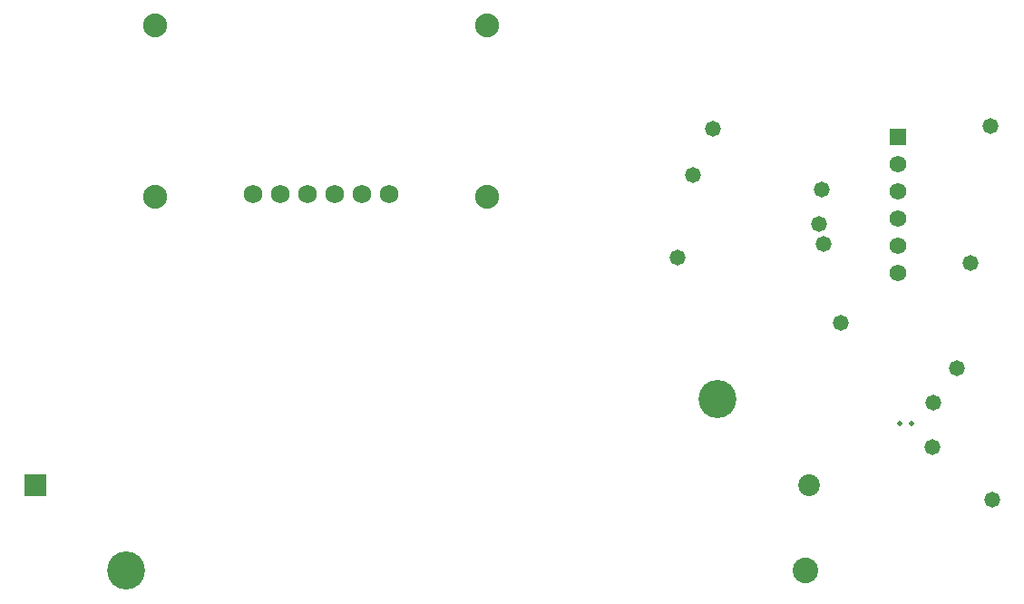
<source format=gbs>
G04*
G04 #@! TF.GenerationSoftware,Altium Limited,Altium Designer,25.8.1 (18)*
G04*
G04 Layer_Color=16711935*
%FSLAX44Y44*%
%MOMM*%
G71*
G04*
G04 #@! TF.SameCoordinates,0E36A995-5994-4D59-ADB7-A1CD213CA6DD*
G04*
G04*
G04 #@! TF.FilePolarity,Negative*
G04*
G01*
G75*
%ADD29C,1.7272*%
%ADD30C,2.2352*%
%ADD31C,1.5732*%
%ADD32R,2.0200X2.0200*%
%ADD33C,2.0200*%
%ADD34R,1.5732X1.5732*%
%ADD35C,2.3900*%
%ADD36C,3.5500*%
%ADD37C,1.4732*%
%ADD38C,0.5000*%
D29*
X985266Y956310D02*
D03*
X1010666D02*
D03*
X1036066D02*
D03*
X1061466D02*
D03*
X1086866D02*
D03*
X1112266D02*
D03*
D30*
X1203452Y1113130D02*
D03*
X894080Y953770D02*
D03*
X1203452D02*
D03*
X894080Y1113130D02*
D03*
D31*
X1587500Y882650D02*
D03*
Y984250D02*
D03*
Y958850D02*
D03*
Y933450D02*
D03*
Y908050D02*
D03*
D32*
X781900Y684530D02*
D03*
D33*
X1504100D02*
D03*
D34*
X1587500Y1009650D02*
D03*
D35*
X1501000Y604530D02*
D03*
D36*
X867000D02*
D03*
X1419000Y764530D02*
D03*
D37*
X1673860Y1019810D02*
D03*
X1654810Y891540D02*
D03*
X1513840Y928370D02*
D03*
X1517650Y909320D02*
D03*
X1381760Y896620D02*
D03*
X1534160Y835660D02*
D03*
X1516380Y960120D02*
D03*
X1675130Y670560D02*
D03*
X1414780Y1017270D02*
D03*
X1642110Y793750D02*
D03*
X1395730Y974090D02*
D03*
X1619250Y720090D02*
D03*
X1619885Y761180D02*
D03*
D38*
X1599985Y742130D02*
D03*
X1588985D02*
D03*
M02*

</source>
